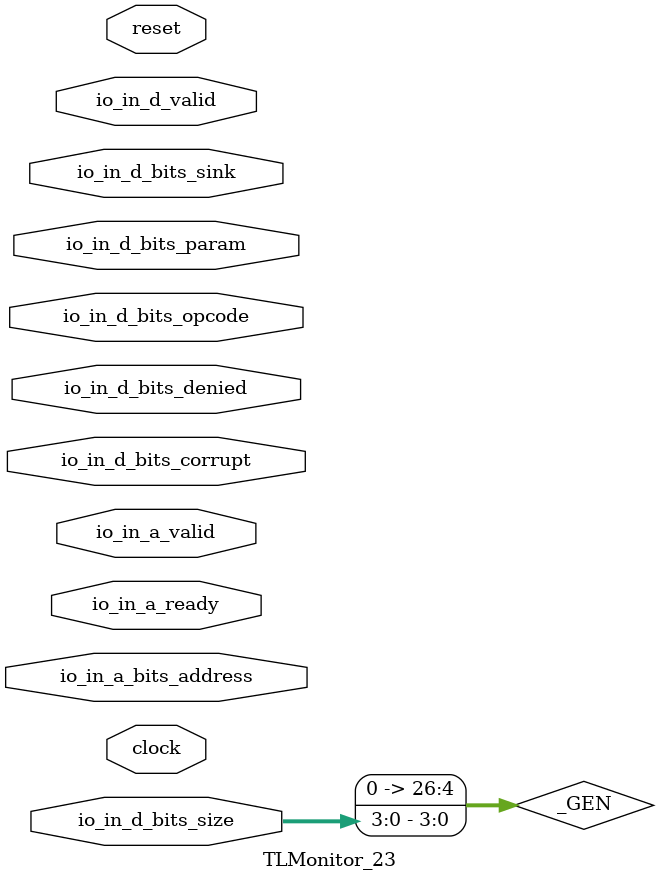
<source format=sv>
`ifndef RANDOMIZE
  `ifdef RANDOMIZE_REG_INIT
    `define RANDOMIZE
  `endif // RANDOMIZE_REG_INIT
`endif // not def RANDOMIZE
`ifndef RANDOMIZE
  `ifdef RANDOMIZE_MEM_INIT
    `define RANDOMIZE
  `endif // RANDOMIZE_MEM_INIT
`endif // not def RANDOMIZE

`ifndef RANDOM
  `define RANDOM $random
`endif // not def RANDOM

// Users can define 'PRINTF_COND' to add an extra gate to prints.
`ifndef PRINTF_COND_
  `ifdef PRINTF_COND
    `define PRINTF_COND_ (`PRINTF_COND)
  `else  // PRINTF_COND
    `define PRINTF_COND_ 1
  `endif // PRINTF_COND
`endif // not def PRINTF_COND_

// Users can define 'ASSERT_VERBOSE_COND' to add an extra gate to assert error printing.
`ifndef ASSERT_VERBOSE_COND_
  `ifdef ASSERT_VERBOSE_COND
    `define ASSERT_VERBOSE_COND_ (`ASSERT_VERBOSE_COND)
  `else  // ASSERT_VERBOSE_COND
    `define ASSERT_VERBOSE_COND_ 1
  `endif // ASSERT_VERBOSE_COND
`endif // not def ASSERT_VERBOSE_COND_

// Users can define 'STOP_COND' to add an extra gate to stop conditions.
`ifndef STOP_COND_
  `ifdef STOP_COND
    `define STOP_COND_ (`STOP_COND)
  `else  // STOP_COND
    `define STOP_COND_ 1
  `endif // STOP_COND
`endif // not def STOP_COND_

// Users can define INIT_RANDOM as general code that gets injected into the
// initializer block for modules with registers.
`ifndef INIT_RANDOM
  `define INIT_RANDOM
`endif // not def INIT_RANDOM

// If using random initialization, you can also define RANDOMIZE_DELAY to
// customize the delay used, otherwise 0.002 is used.
`ifndef RANDOMIZE_DELAY
  `define RANDOMIZE_DELAY 0.002
`endif // not def RANDOMIZE_DELAY

// Define INIT_RANDOM_PROLOG_ for use in our modules below.
`ifndef INIT_RANDOM_PROLOG_
  `ifdef RANDOMIZE
    `ifdef VERILATOR
      `define INIT_RANDOM_PROLOG_ `INIT_RANDOM
    `else  // VERILATOR
      `define INIT_RANDOM_PROLOG_ `INIT_RANDOM #`RANDOMIZE_DELAY begin end
    `endif // VERILATOR
  `else  // RANDOMIZE
    `define INIT_RANDOM_PROLOG_
  `endif // RANDOMIZE
`endif // not def INIT_RANDOM_PROLOG_

module TLMonitor_23(
  input        clock,
               reset,
               io_in_a_ready,
               io_in_a_valid,
  input [30:0] io_in_a_bits_address,
  input        io_in_d_valid,
  input [2:0]  io_in_d_bits_opcode,
  input [1:0]  io_in_d_bits_param,
  input [3:0]  io_in_d_bits_size,
  input        io_in_d_bits_sink,
               io_in_d_bits_denied,
               io_in_d_bits_corrupt
);

  wire [31:0] _plusarg_reader_1_out;	// @[PlusArg.scala:80:11]
  wire [31:0] _plusarg_reader_out;	// @[PlusArg.scala:80:11]
  wire        a_set = io_in_a_ready & io_in_a_valid;	// @[Decoupled.scala:51:35]
  reg  [8:0]  d_first_counter;	// @[Edges.scala:229:27]
  reg  [2:0]  opcode_1;	// @[Monitor.scala:535:22]
  reg  [1:0]  param_1;	// @[Monitor.scala:536:22]
  reg  [3:0]  size_1;	// @[Monitor.scala:537:22]
  reg         source_1;	// @[Monitor.scala:538:22]
  reg         sink;	// @[Monitor.scala:539:22]
  reg         denied;	// @[Monitor.scala:540:22]
  reg         inflight;	// @[Monitor.scala:611:27]
  reg  [3:0]  inflight_opcodes;	// @[Monitor.scala:613:35]
  reg  [7:0]  inflight_sizes;	// @[Monitor.scala:615:33]
  reg  [8:0]  d_first_counter_1;	// @[Edges.scala:229:27]
  wire        d_first_1 = d_first_counter_1 == 9'h0;	// @[Edges.scala:229:27, :231:25]
  wire        d_release_ack = io_in_d_bits_opcode == 3'h6;	// @[Monitor.scala:81:25, :670:46]
  reg  [31:0] watchdog;	// @[Monitor.scala:706:27]
  reg  [8:0]  d_first_counter_2;	// @[Edges.scala:229:27]
  wire        d_first_2 = d_first_counter_2 == 9'h0;	// @[Edges.scala:229:27, :231:25]
  wire [26:0] _GEN = {23'h0, io_in_d_bits_size};	// @[package.scala:235:71]
  wire [26:0] _d_first_beats1_decode_T_1 = 27'hFFF << _GEN;	// @[package.scala:235:71]
  wire [26:0] _d_first_beats1_decode_T_5 = 27'hFFF << _GEN;	// @[package.scala:235:71]
  wire [26:0] _d_first_beats1_decode_T_9 = 27'hFFF << _GEN;	// @[package.scala:235:71]
  wire        d_clr = io_in_d_valid & d_first_1 & ~d_release_ack;	// @[Edges.scala:231:25, Monitor.scala:670:46, :671:74, :675:72]
  wire        _T_1002 = io_in_d_valid & ~(|d_first_counter);	// @[Edges.scala:229:27, :231:25, Monitor.scala:549:20]
  always @(posedge clock) begin
    if (reset) begin
      d_first_counter <= 9'h0;	// @[Edges.scala:229:27]
      inflight <= 1'h0;	// @[Monitor.scala:611:27]
      inflight_opcodes <= 4'h0;	// @[Misc.scala:205:21, Monitor.scala:613:35, :657:77]
      inflight_sizes <= 8'h0;	// @[Monitor.scala:615:33, :745:35]
      d_first_counter_1 <= 9'h0;	// @[Edges.scala:229:27]
      watchdog <= 32'h0;	// @[Monitor.scala:706:27]
      d_first_counter_2 <= 9'h0;	// @[Edges.scala:229:27]
    end
    else begin
      if (io_in_d_valid) begin
        if (|d_first_counter)	// @[Edges.scala:229:27, :231:25]
          d_first_counter <= d_first_counter - 9'h1;	// @[Edges.scala:229:27, :230:28]
        else if (io_in_d_bits_opcode[0])	// @[Edges.scala:106:36]
          d_first_counter <= ~(_d_first_beats1_decode_T_1[11:3]);	// @[Edges.scala:229:27, package.scala:235:{46,71,76}]
        else	// @[Edges.scala:106:36]
          d_first_counter <= 9'h0;	// @[Edges.scala:229:27]
        if (d_first_1) begin	// @[Edges.scala:231:25]
          if (io_in_d_bits_opcode[0])	// @[Edges.scala:106:36]
            d_first_counter_1 <= ~(_d_first_beats1_decode_T_5[11:3]);	// @[Edges.scala:229:27, package.scala:235:{46,71,76}]
          else	// @[Edges.scala:106:36]
            d_first_counter_1 <= 9'h0;	// @[Edges.scala:229:27]
        end
        else	// @[Edges.scala:231:25]
          d_first_counter_1 <= d_first_counter_1 - 9'h1;	// @[Edges.scala:229:27, :230:28]
        if (d_first_2) begin	// @[Edges.scala:231:25]
          if (io_in_d_bits_opcode[0])	// @[Edges.scala:106:36]
            d_first_counter_2 <= ~(_d_first_beats1_decode_T_9[11:3]);	// @[Edges.scala:229:27, package.scala:235:{46,71,76}]
          else	// @[Edges.scala:106:36]
            d_first_counter_2 <= 9'h0;	// @[Edges.scala:229:27]
        end
        else	// @[Edges.scala:231:25]
          d_first_counter_2 <= d_first_counter_2 - 9'h1;	// @[Edges.scala:229:27, :230:28]
      end
      inflight <= (inflight | a_set) & ~d_clr;	// @[Decoupled.scala:51:35, Monitor.scala:611:27, :675:72, :702:{27,36,38}]
      inflight_opcodes <= (inflight_opcodes | (a_set ? {3'h0, a_set} : 4'h0)) & ~{4{d_clr}};	// @[Decoupled.scala:51:35, Misc.scala:205:21, Monitor.scala:613:35, :627:33, :652:72, :656:28, :657:77, :665:33, :675:{72,91}, :677:21, :703:{43,60,62}]
      inflight_sizes <= (inflight_sizes | (a_set ? {3'h0, a_set ? 5'h5 : 5'h0} : 8'h0)) & ~{8{d_clr}};	// @[Decoupled.scala:51:35, Monitor.scala:615:33, :629:31, :645:38, :652:72, :655:{28,59}, :657:28, :667:31, :675:{72,91}, :678:21, :704:{39,54,56}, :745:35]
      if (a_set | io_in_d_valid)	// @[Decoupled.scala:51:35, Monitor.scala:712:27]
        watchdog <= 32'h0;	// @[Monitor.scala:706:27]
      else	// @[Monitor.scala:712:27]
        watchdog <= watchdog + 32'h1;	// @[Monitor.scala:706:27, :711:26]
    end
    if (_T_1002) begin	// @[Monitor.scala:549:20]
      opcode_1 <= io_in_d_bits_opcode;	// @[Monitor.scala:535:22]
      param_1 <= io_in_d_bits_param;	// @[Monitor.scala:536:22]
      size_1 <= io_in_d_bits_size;	// @[Monitor.scala:537:22]
      sink <= io_in_d_bits_sink;	// @[Monitor.scala:539:22]
      denied <= io_in_d_bits_denied;	// @[Monitor.scala:540:22]
    end
    source_1 <= ~_T_1002 & source_1;	// @[Monitor.scala:538:22, :549:{20,32}, :553:15]
  end // always @(posedge)
  `ifndef SYNTHESIS
    wire  [7:0][2:0] _GEN_0 = '{3'h4, 3'h5, 3'h2, 3'h1, 3'h1, 3'h1, 3'h0, 3'h0};	// @[Monitor.scala:690:38]
    wire  [7:0][2:0] _GEN_1 = '{3'h4, 3'h4, 3'h2, 3'h1, 3'h1, 3'h1, 3'h0, 3'h0};	// @[Monitor.scala:689:38]
    wire             mask_eq_2 = ~(io_in_a_bits_address[2]) & ~(io_in_a_bits_address[1]);	// @[Misc.scala:209:26, :210:20, :213:27]
    wire             mask_eq_3 = ~(io_in_a_bits_address[2]) & io_in_a_bits_address[1];	// @[Misc.scala:209:26, :210:20, :213:27]
    wire             mask_eq_4 = io_in_a_bits_address[2] & ~(io_in_a_bits_address[1]);	// @[Misc.scala:209:26, :210:20, :213:27]
    wire             mask_eq_5 = io_in_a_bits_address[2] & io_in_a_bits_address[1];	// @[Misc.scala:209:26, :213:27]
    wire             _GEN_2 = io_in_d_valid & io_in_d_bits_opcode == 3'h6;	// @[Monitor.scala:81:25, :310:{25,52}]
    wire             _GEN_3 = io_in_d_bits_size < 4'h3;	// @[Monitor.scala:312:27]
    wire             _GEN_4 = io_in_d_valid & io_in_d_bits_opcode == 3'h4;	// @[Monitor.scala:104:25, :318:{25,47}]
    wire             _GEN_5 = io_in_d_bits_param == 2'h2;	// @[Bundles.scala:111:27, Monitor.scala:323:28]
    wire             _GEN_6 = io_in_d_valid & io_in_d_bits_opcode == 3'h5;	// @[Monitor.scala:146:25, :328:{25,51}]
    wire             _GEN_7 = io_in_d_valid & ~(|io_in_d_bits_opcode);	// @[Monitor.scala:338:{25,51}]
    wire             _GEN_8 = io_in_d_valid & io_in_d_bits_opcode == 3'h1;	// @[Misc.scala:201:81, Monitor.scala:346:{25,55}]
    wire             _GEN_9 = io_in_d_valid & io_in_d_bits_opcode == 3'h2;	// @[Monitor.scala:354:{25,49}, :640:42]
    wire             _T_976 = io_in_d_valid & (|d_first_counter);	// @[Edges.scala:229:27, :231:25, Monitor.scala:541:19]
    wire             _T_1055 = io_in_d_valid & d_first_1;	// @[Edges.scala:231:25, Monitor.scala:671:26]
    wire             _T_1026 = _T_1055 & ~d_release_ack;	// @[Monitor.scala:670:46, :671:{26,74}, :680:71]
    wire             _GEN_10 = _T_1026 & io_in_a_valid;	// @[Monitor.scala:680:71, :684:30]
    wire             _GEN_11 = _T_1026 & ~io_in_a_valid;	// @[Monitor.scala:680:71, :684:30]
    wire             _T_1112 = io_in_d_valid & d_first_2 & d_release_ack;	// @[Edges.scala:231:25, Monitor.scala:670:46, :791:71]
    always @(posedge clock) begin	// @[Monitor.scala:42:11]
      if (io_in_a_valid & ~reset & ~(io_in_a_bits_address[30:12] == 19'h3 | {io_in_a_bits_address[30:15], io_in_a_bits_address[13:12]} == 18'h0 | {io_in_a_bits_address[30:17] ^ 14'h8, io_in_a_bits_address[15:12]} == 18'h0 | io_in_a_bits_address[30:16] == 15'h200 | io_in_a_bits_address[30:12] == 19'h2010 | io_in_a_bits_address[30:26] == 5'h3 | io_in_a_bits_address[30:12] == 19'h54000)) begin	// @[Monitor.scala:42:11, :706:27, Parameters.scala:137:{31,45,65}, :673:26]
        if (`ASSERT_VERBOSE_COND_)	// @[Monitor.scala:42:11]
          $error("Assertion failed: 'A' channel carries PutFull type which is unexpected using diplomatic parameters (connected at BusWrapper.scala:90:33)\n    at Monitor.scala:42 assert(cond, message)\n");	// @[Monitor.scala:42:11]
        if (`STOP_COND_)	// @[Monitor.scala:42:11]
          $fatal;	// @[Monitor.scala:42:11]
      end
      if (io_in_a_valid & ~reset & (|(io_in_a_bits_address[1:0]))) begin	// @[Edges.scala:21:{16,24}, Monitor.scala:42:11]
        if (`ASSERT_VERBOSE_COND_)	// @[Monitor.scala:42:11]
          $error("Assertion failed: 'A' channel PutFull address not aligned to size (connected at BusWrapper.scala:90:33)\n    at Monitor.scala:42 assert(cond, message)\n");	// @[Monitor.scala:42:11]
        if (`STOP_COND_)	// @[Monitor.scala:42:11]
          $fatal;	// @[Monitor.scala:42:11]
      end
      if (io_in_a_valid & ~reset & {io_in_a_bits_address[2] | mask_eq_5 & io_in_a_bits_address[0], io_in_a_bits_address[2] | mask_eq_5 & ~(io_in_a_bits_address[0]), io_in_a_bits_address[2] | mask_eq_4 & io_in_a_bits_address[0], io_in_a_bits_address[2] | mask_eq_4 & ~(io_in_a_bits_address[0]), ~(io_in_a_bits_address[2]) | mask_eq_3 & io_in_a_bits_address[0], ~(io_in_a_bits_address[2]) | mask_eq_3 & ~(io_in_a_bits_address[0]), ~(io_in_a_bits_address[2]) | mask_eq_2 & io_in_a_bits_address[0], ~(io_in_a_bits_address[2]) | mask_eq_2 & ~(io_in_a_bits_address[0])} != 8'hF) begin	// @[Cat.scala:33:92, Misc.scala:209:26, :210:20, :213:27, :214:29, Monitor.scala:42:11, :119:30]
        if (`ASSERT_VERBOSE_COND_)	// @[Monitor.scala:42:11]
          $error("Assertion failed: 'A' channel PutFull contains invalid mask (connected at BusWrapper.scala:90:33)\n    at Monitor.scala:42 assert(cond, message)\n");	// @[Monitor.scala:42:11]
        if (`STOP_COND_)	// @[Monitor.scala:42:11]
          $fatal;	// @[Monitor.scala:42:11]
      end
      if (io_in_d_valid & ~reset & (&io_in_d_bits_opcode)) begin	// @[Bundles.scala:45:24, Monitor.scala:49:11]
        if (`ASSERT_VERBOSE_COND_)	// @[Monitor.scala:49:11]
          $error("Assertion failed: 'D' channel has invalid opcode (connected at BusWrapper.scala:90:33)\n    at Monitor.scala:49 assert(cond, message)\n");	// @[Monitor.scala:49:11]
        if (`STOP_COND_)	// @[Monitor.scala:49:11]
          $fatal;	// @[Monitor.scala:49:11]
      end
      if (_GEN_2 & ~reset & _GEN_3) begin	// @[Monitor.scala:49:11, :310:52, :312:27]
        if (`ASSERT_VERBOSE_COND_)	// @[Monitor.scala:49:11]
          $error("Assertion failed: 'D' channel ReleaseAck smaller than a beat (connected at BusWrapper.scala:90:33)\n    at Monitor.scala:49 assert(cond, message)\n");	// @[Monitor.scala:49:11]
        if (`STOP_COND_)	// @[Monitor.scala:49:11]
          $fatal;	// @[Monitor.scala:49:11]
      end
      if (_GEN_2 & ~reset & (|io_in_d_bits_param)) begin	// @[Monitor.scala:49:11, :310:52, :313:28]
        if (`ASSERT_VERBOSE_COND_)	// @[Monitor.scala:49:11]
          $error("Assertion failed: 'D' channel ReleaseeAck carries invalid param (connected at BusWrapper.scala:90:33)\n    at Monitor.scala:49 assert(cond, message)\n");	// @[Monitor.scala:49:11]
        if (`STOP_COND_)	// @[Monitor.scala:49:11]
          $fatal;	// @[Monitor.scala:49:11]
      end
      if (_GEN_2 & ~reset & io_in_d_bits_corrupt) begin	// @[Monitor.scala:49:11, :310:52]
        if (`ASSERT_VERBOSE_COND_)	// @[Monitor.scala:49:11]
          $error("Assertion failed: 'D' channel ReleaseAck is corrupt (connected at BusWrapper.scala:90:33)\n    at Monitor.scala:49 assert(cond, message)\n");	// @[Monitor.scala:49:11]
        if (`STOP_COND_)	// @[Monitor.scala:49:11]
          $fatal;	// @[Monitor.scala:49:11]
      end
      if (_GEN_2 & ~reset & io_in_d_bits_denied) begin	// @[Monitor.scala:49:11, :310:52]
        if (`ASSERT_VERBOSE_COND_)	// @[Monitor.scala:49:11]
          $error("Assertion failed: 'D' channel ReleaseAck is denied (connected at BusWrapper.scala:90:33)\n    at Monitor.scala:49 assert(cond, message)\n");	// @[Monitor.scala:49:11]
        if (`STOP_COND_)	// @[Monitor.scala:49:11]
          $fatal;	// @[Monitor.scala:49:11]
      end
      if (_GEN_4 & ~reset) begin	// @[Monitor.scala:49:11, :318:47]
        if (`ASSERT_VERBOSE_COND_)	// @[Monitor.scala:49:11]
          $error("Assertion failed: 'D' channel Grant carries invalid sink ID (connected at BusWrapper.scala:90:33)\n    at Monitor.scala:49 assert(cond, message)\n");	// @[Monitor.scala:49:11]
        if (`STOP_COND_)	// @[Monitor.scala:49:11]
          $fatal;	// @[Monitor.scala:49:11]
      end
      if (_GEN_4 & ~reset & _GEN_3) begin	// @[Monitor.scala:49:11, :312:27, :318:47]
        if (`ASSERT_VERBOSE_COND_)	// @[Monitor.scala:49:11]
          $error("Assertion failed: 'D' channel Grant smaller than a beat (connected at BusWrapper.scala:90:33)\n    at Monitor.scala:49 assert(cond, message)\n");	// @[Monitor.scala:49:11]
        if (`STOP_COND_)	// @[Monitor.scala:49:11]
          $fatal;	// @[Monitor.scala:49:11]
      end
      if (_GEN_4 & ~reset & (&io_in_d_bits_param)) begin	// @[Bundles.scala:105:26, Monitor.scala:49:11, :318:47]
        if (`ASSERT_VERBOSE_COND_)	// @[Monitor.scala:49:11]
          $error("Assertion failed: 'D' channel Grant carries invalid cap param (connected at BusWrapper.scala:90:33)\n    at Monitor.scala:49 assert(cond, message)\n");	// @[Monitor.scala:49:11]
        if (`STOP_COND_)	// @[Monitor.scala:49:11]
          $fatal;	// @[Monitor.scala:49:11]
      end
      if (_GEN_4 & ~reset & _GEN_5) begin	// @[Monitor.scala:49:11, :318:47, :323:28]
        if (`ASSERT_VERBOSE_COND_)	// @[Monitor.scala:49:11]
          $error("Assertion failed: 'D' channel Grant carries toN param (connected at BusWrapper.scala:90:33)\n    at Monitor.scala:49 assert(cond, message)\n");	// @[Monitor.scala:49:11]
        if (`STOP_COND_)	// @[Monitor.scala:49:11]
          $fatal;	// @[Monitor.scala:49:11]
      end
      if (_GEN_4 & ~reset & io_in_d_bits_corrupt) begin	// @[Monitor.scala:49:11, :318:47]
        if (`ASSERT_VERBOSE_COND_)	// @[Monitor.scala:49:11]
          $error("Assertion failed: 'D' channel Grant is corrupt (connected at BusWrapper.scala:90:33)\n    at Monitor.scala:49 assert(cond, message)\n");	// @[Monitor.scala:49:11]
        if (`STOP_COND_)	// @[Monitor.scala:49:11]
          $fatal;	// @[Monitor.scala:49:11]
      end
      if (_GEN_6 & ~reset) begin	// @[Monitor.scala:49:11, :328:51]
        if (`ASSERT_VERBOSE_COND_)	// @[Monitor.scala:49:11]
          $error("Assertion failed: 'D' channel GrantData carries invalid sink ID (connected at BusWrapper.scala:90:33)\n    at Monitor.scala:49 assert(cond, message)\n");	// @[Monitor.scala:49:11]
        if (`STOP_COND_)	// @[Monitor.scala:49:11]
          $fatal;	// @[Monitor.scala:49:11]
      end
      if (_GEN_6 & ~reset & _GEN_3) begin	// @[Monitor.scala:49:11, :312:27, :328:51]
        if (`ASSERT_VERBOSE_COND_)	// @[Monitor.scala:49:11]
          $error("Assertion failed: 'D' channel GrantData smaller than a beat (connected at BusWrapper.scala:90:33)\n    at Monitor.scala:49 assert(cond, message)\n");	// @[Monitor.scala:49:11]
        if (`STOP_COND_)	// @[Monitor.scala:49:11]
          $fatal;	// @[Monitor.scala:49:11]
      end
      if (_GEN_6 & ~reset & (&io_in_d_bits_param)) begin	// @[Bundles.scala:105:26, Monitor.scala:49:11, :328:51]
        if (`ASSERT_VERBOSE_COND_)	// @[Monitor.scala:49:11]
          $error("Assertion failed: 'D' channel GrantData carries invalid cap param (connected at BusWrapper.scala:90:33)\n    at Monitor.scala:49 assert(cond, message)\n");	// @[Monitor.scala:49:11]
        if (`STOP_COND_)	// @[Monitor.scala:49:11]
          $fatal;	// @[Monitor.scala:49:11]
      end
      if (_GEN_6 & ~reset & _GEN_5) begin	// @[Monitor.scala:49:11, :323:28, :328:51]
        if (`ASSERT_VERBOSE_COND_)	// @[Monitor.scala:49:11]
          $error("Assertion failed: 'D' channel GrantData carries toN param (connected at BusWrapper.scala:90:33)\n    at Monitor.scala:49 assert(cond, message)\n");	// @[Monitor.scala:49:11]
        if (`STOP_COND_)	// @[Monitor.scala:49:11]
          $fatal;	// @[Monitor.scala:49:11]
      end
      if (_GEN_6 & ~reset & ~(~io_in_d_bits_denied | io_in_d_bits_corrupt)) begin	// @[Monitor.scala:49:11, :328:51, :334:{15,30}]
        if (`ASSERT_VERBOSE_COND_)	// @[Monitor.scala:49:11]
          $error("Assertion failed: 'D' channel GrantData is denied but not corrupt (connected at BusWrapper.scala:90:33)\n    at Monitor.scala:49 assert(cond, message)\n");	// @[Monitor.scala:49:11]
        if (`STOP_COND_)	// @[Monitor.scala:49:11]
          $fatal;	// @[Monitor.scala:49:11]
      end
      if (_GEN_7 & ~reset & (|io_in_d_bits_param)) begin	// @[Monitor.scala:49:11, :338:51, :341:28]
        if (`ASSERT_VERBOSE_COND_)	// @[Monitor.scala:49:11]
          $error("Assertion failed: 'D' channel AccessAck carries invalid param (connected at BusWrapper.scala:90:33)\n    at Monitor.scala:49 assert(cond, message)\n");	// @[Monitor.scala:49:11]
        if (`STOP_COND_)	// @[Monitor.scala:49:11]
          $fatal;	// @[Monitor.scala:49:11]
      end
      if (_GEN_7 & ~reset & io_in_d_bits_corrupt) begin	// @[Monitor.scala:49:11, :338:51]
        if (`ASSERT_VERBOSE_COND_)	// @[Monitor.scala:49:11]
          $error("Assertion failed: 'D' channel AccessAck is corrupt (connected at BusWrapper.scala:90:33)\n    at Monitor.scala:49 assert(cond, message)\n");	// @[Monitor.scala:49:11]
        if (`STOP_COND_)	// @[Monitor.scala:49:11]
          $fatal;	// @[Monitor.scala:49:11]
      end
      if (_GEN_8 & ~reset & (|io_in_d_bits_param)) begin	// @[Monitor.scala:49:11, :346:55, :349:28]
        if (`ASSERT_VERBOSE_COND_)	// @[Monitor.scala:49:11]
          $error("Assertion failed: 'D' channel AccessAckData carries invalid param (connected at BusWrapper.scala:90:33)\n    at Monitor.scala:49 assert(cond, message)\n");	// @[Monitor.scala:49:11]
        if (`STOP_COND_)	// @[Monitor.scala:49:11]
          $fatal;	// @[Monitor.scala:49:11]
      end
      if (_GEN_8 & ~reset & ~(~io_in_d_bits_denied | io_in_d_bits_corrupt)) begin	// @[Monitor.scala:49:11, :346:55, :350:{15,30}]
        if (`ASSERT_VERBOSE_COND_)	// @[Monitor.scala:49:11]
          $error("Assertion failed: 'D' channel AccessAckData is denied but not corrupt (connected at BusWrapper.scala:90:33)\n    at Monitor.scala:49 assert(cond, message)\n");	// @[Monitor.scala:49:11]
        if (`STOP_COND_)	// @[Monitor.scala:49:11]
          $fatal;	// @[Monitor.scala:49:11]
      end
      if (_GEN_9 & ~reset & (|io_in_d_bits_param)) begin	// @[Monitor.scala:49:11, :354:49, :357:28]
        if (`ASSERT_VERBOSE_COND_)	// @[Monitor.scala:49:11]
          $error("Assertion failed: 'D' channel HintAck carries invalid param (connected at BusWrapper.scala:90:33)\n    at Monitor.scala:49 assert(cond, message)\n");	// @[Monitor.scala:49:11]
        if (`STOP_COND_)	// @[Monitor.scala:49:11]
          $fatal;	// @[Monitor.scala:49:11]
      end
      if (_GEN_9 & ~reset & io_in_d_bits_corrupt) begin	// @[Monitor.scala:49:11, :354:49]
        if (`ASSERT_VERBOSE_COND_)	// @[Monitor.scala:49:11]
          $error("Assertion failed: 'D' channel HintAck is corrupt (connected at BusWrapper.scala:90:33)\n    at Monitor.scala:49 assert(cond, message)\n");	// @[Monitor.scala:49:11]
        if (`STOP_COND_)	// @[Monitor.scala:49:11]
          $fatal;	// @[Monitor.scala:49:11]
      end
      if (_T_976 & ~reset & io_in_d_bits_opcode != opcode_1) begin	// @[Monitor.scala:49:11, :535:22, :541:19, :542:29]
        if (`ASSERT_VERBOSE_COND_)	// @[Monitor.scala:49:11]
          $error("Assertion failed: 'D' channel opcode changed within multibeat operation (connected at BusWrapper.scala:90:33)\n    at Monitor.scala:49 assert(cond, message)\n");	// @[Monitor.scala:49:11]
        if (`STOP_COND_)	// @[Monitor.scala:49:11]
          $fatal;	// @[Monitor.scala:49:11]
      end
      if (_T_976 & ~reset & io_in_d_bits_param != param_1) begin	// @[Monitor.scala:49:11, :536:22, :541:19, :543:29]
        if (`ASSERT_VERBOSE_COND_)	// @[Monitor.scala:49:11]
          $error("Assertion failed: 'D' channel param changed within multibeat operation (connected at BusWrapper.scala:90:33)\n    at Monitor.scala:49 assert(cond, message)\n");	// @[Monitor.scala:49:11]
        if (`STOP_COND_)	// @[Monitor.scala:49:11]
          $fatal;	// @[Monitor.scala:49:11]
      end
      if (_T_976 & ~reset & io_in_d_bits_size != size_1) begin	// @[Monitor.scala:49:11, :537:22, :541:19, :544:29]
        if (`ASSERT_VERBOSE_COND_)	// @[Monitor.scala:49:11]
          $error("Assertion failed: 'D' channel size changed within multibeat operation (connected at BusWrapper.scala:90:33)\n    at Monitor.scala:49 assert(cond, message)\n");	// @[Monitor.scala:49:11]
        if (`STOP_COND_)	// @[Monitor.scala:49:11]
          $fatal;	// @[Monitor.scala:49:11]
      end
      if (_T_976 & ~reset & source_1) begin	// @[Monitor.scala:49:11, :538:22, :541:19]
        if (`ASSERT_VERBOSE_COND_)	// @[Monitor.scala:49:11]
          $error("Assertion failed: 'D' channel source changed within multibeat operation (connected at BusWrapper.scala:90:33)\n    at Monitor.scala:49 assert(cond, message)\n");	// @[Monitor.scala:49:11]
        if (`STOP_COND_)	// @[Monitor.scala:49:11]
          $fatal;	// @[Monitor.scala:49:11]
      end
      if (_T_976 & ~reset & io_in_d_bits_sink != sink) begin	// @[Monitor.scala:49:11, :539:22, :541:19, :546:29]
        if (`ASSERT_VERBOSE_COND_)	// @[Monitor.scala:49:11]
          $error("Assertion failed: 'D' channel sink changed with multibeat operation (connected at BusWrapper.scala:90:33)\n    at Monitor.scala:49 assert(cond, message)\n");	// @[Monitor.scala:49:11]
        if (`STOP_COND_)	// @[Monitor.scala:49:11]
          $fatal;	// @[Monitor.scala:49:11]
      end
      if (_T_976 & ~reset & io_in_d_bits_denied != denied) begin	// @[Monitor.scala:49:11, :540:22, :541:19, :547:29]
        if (`ASSERT_VERBOSE_COND_)	// @[Monitor.scala:49:11]
          $error("Assertion failed: 'D' channel denied changed with multibeat operation (connected at BusWrapper.scala:90:33)\n    at Monitor.scala:49 assert(cond, message)\n");	// @[Monitor.scala:49:11]
        if (`STOP_COND_)	// @[Monitor.scala:49:11]
          $fatal;	// @[Monitor.scala:49:11]
      end
      if (a_set & ~reset & inflight) begin	// @[Decoupled.scala:51:35, Monitor.scala:42:11, :611:27]
        if (`ASSERT_VERBOSE_COND_)	// @[Monitor.scala:42:11]
          $error("Assertion failed: 'A' channel re-used a source ID (connected at BusWrapper.scala:90:33)\n    at Monitor.scala:42 assert(cond, message)\n");	// @[Monitor.scala:42:11]
        if (`STOP_COND_)	// @[Monitor.scala:42:11]
          $fatal;	// @[Monitor.scala:42:11]
      end
      if (_T_1026 & ~reset & ~(inflight | io_in_a_valid)) begin	// @[Monitor.scala:49:11, :611:27, :680:71, :682:49]
        if (`ASSERT_VERBOSE_COND_)	// @[Monitor.scala:49:11]
          $error("Assertion failed: 'D' channel acknowledged for nothing inflight (connected at BusWrapper.scala:90:33)\n    at Monitor.scala:49 assert(cond, message)\n");	// @[Monitor.scala:49:11]
        if (`STOP_COND_)	// @[Monitor.scala:49:11]
          $fatal;	// @[Monitor.scala:49:11]
      end
      if (_GEN_10 & ~reset & ~(~(|io_in_d_bits_opcode) | ~(|io_in_d_bits_opcode))) begin	// @[Monitor.scala:49:11, :338:25, :684:30, :685:{38,77}, :686:39]
        if (`ASSERT_VERBOSE_COND_)	// @[Monitor.scala:49:11]
          $error("Assertion failed: 'D' channel contains improper opcode response (connected at BusWrapper.scala:90:33)\n    at Monitor.scala:49 assert(cond, message)\n");	// @[Monitor.scala:49:11]
        if (`STOP_COND_)	// @[Monitor.scala:49:11]
          $fatal;	// @[Monitor.scala:49:11]
      end
      if (_GEN_10 & ~reset & io_in_d_bits_size != 4'h2) begin	// @[Monitor.scala:49:11, :684:30, :687:36]
        if (`ASSERT_VERBOSE_COND_)	// @[Monitor.scala:49:11]
          $error("Assertion failed: 'D' channel contains improper response size (connected at BusWrapper.scala:90:33)\n    at Monitor.scala:49 assert(cond, message)\n");	// @[Monitor.scala:49:11]
        if (`STOP_COND_)	// @[Monitor.scala:49:11]
          $fatal;	// @[Monitor.scala:49:11]
      end
      if (_GEN_11 & ~reset & ~(io_in_d_bits_opcode == _GEN_1[inflight_opcodes[3:1]] | io_in_d_bits_opcode == _GEN_0[inflight_opcodes[3:1]])) begin	// @[Monitor.scala:42:11, :49:11, :613:35, :634:152, :684:30, :689:{38,72}, :690:38]
        if (`ASSERT_VERBOSE_COND_)	// @[Monitor.scala:49:11]
          $error("Assertion failed: 'D' channel contains improper opcode response (connected at BusWrapper.scala:90:33)\n    at Monitor.scala:49 assert(cond, message)\n");	// @[Monitor.scala:49:11]
        if (`STOP_COND_)	// @[Monitor.scala:49:11]
          $fatal;	// @[Monitor.scala:49:11]
      end
      if (_GEN_11 & ~reset & {4'h0, io_in_d_bits_size} != {1'h0, inflight_sizes[7:1]}) begin	// @[Misc.scala:205:21, Monitor.scala:42:11, :49:11, :615:33, :638:{19,144}, :657:77, :684:30, :691:36]
        if (`ASSERT_VERBOSE_COND_)	// @[Monitor.scala:49:11]
          $error("Assertion failed: 'D' channel contains improper response size (connected at BusWrapper.scala:90:33)\n    at Monitor.scala:49 assert(cond, message)\n");	// @[Monitor.scala:49:11]
        if (`STOP_COND_)	// @[Monitor.scala:49:11]
          $fatal;	// @[Monitor.scala:49:11]
      end
      if (_T_1055 & io_in_a_valid & ~d_release_ack & ~reset & ~io_in_a_ready) begin	// @[Monitor.scala:49:11, :670:46, :671:{26,74}]
        if (`ASSERT_VERBOSE_COND_)	// @[Monitor.scala:49:11]
          $error("Assertion failed: ready check\n    at Monitor.scala:49 assert(cond, message)\n");	// @[Monitor.scala:49:11]
        if (`STOP_COND_)	// @[Monitor.scala:49:11]
          $fatal;	// @[Monitor.scala:49:11]
      end
      if (~reset & ~(io_in_a_valid != (_T_1055 & ~d_release_ack) | ~io_in_a_valid)) begin	// @[Monitor.scala:49:11, :670:46, :671:{26,71,74}, :699:{29,48,51}]
        if (`ASSERT_VERBOSE_COND_)	// @[Monitor.scala:49:11]
          $error("Assertion failed: 'A' and 'D' concurrent, despite minlatency 2 (connected at BusWrapper.scala:90:33)\n    at Monitor.scala:49 assert(cond, message)\n");	// @[Monitor.scala:49:11]
        if (`STOP_COND_)	// @[Monitor.scala:49:11]
          $fatal;	// @[Monitor.scala:49:11]
      end
      if (~reset & ~(~inflight | _plusarg_reader_out == 32'h0 | watchdog < _plusarg_reader_out)) begin	// @[Monitor.scala:42:11, :611:27, :706:27, :709:{16,39,47,59}, PlusArg.scala:80:11]
        if (`ASSERT_VERBOSE_COND_)	// @[Monitor.scala:42:11]
          $error("Assertion failed: TileLink timeout expired (connected at BusWrapper.scala:90:33)\n    at Monitor.scala:42 assert(cond, message)\n");	// @[Monitor.scala:42:11]
        if (`STOP_COND_)	// @[Monitor.scala:42:11]
          $fatal;	// @[Monitor.scala:42:11]
      end
      if (_T_1112 & ~reset) begin	// @[Monitor.scala:49:11, :791:71]
        if (`ASSERT_VERBOSE_COND_)	// @[Monitor.scala:49:11]
          $error("Assertion failed: 'D' channel acknowledged for nothing inflight (connected at BusWrapper.scala:90:33)\n    at Monitor.scala:49 assert(cond, message)\n");	// @[Monitor.scala:49:11]
        if (`STOP_COND_)	// @[Monitor.scala:49:11]
          $fatal;	// @[Monitor.scala:49:11]
      end
      if (_T_1112 & ~reset & (|io_in_d_bits_size)) begin	// @[Monitor.scala:49:11, :791:71, :797:36]
        if (`ASSERT_VERBOSE_COND_)	// @[Monitor.scala:49:11]
          $error("Assertion failed: 'D' channel contains improper response size (connected at BusWrapper.scala:90:33)\n    at Monitor.scala:49 assert(cond, message)\n");	// @[Monitor.scala:49:11]
        if (`STOP_COND_)	// @[Monitor.scala:49:11]
          $fatal;	// @[Monitor.scala:49:11]
      end
    end // always @(posedge)
    `ifdef FIRRTL_BEFORE_INITIAL
      `FIRRTL_BEFORE_INITIAL
    `endif // FIRRTL_BEFORE_INITIAL
    logic [31:0]     _RANDOM_0;
    logic [31:0]     _RANDOM_1;
    logic [31:0]     _RANDOM_2;
    logic [31:0]     _RANDOM_3;
    logic [31:0]     _RANDOM_4;
    logic [31:0]     _RANDOM_5;
    initial begin
      `ifdef INIT_RANDOM_PROLOG_
        `INIT_RANDOM_PROLOG_
      `endif // INIT_RANDOM_PROLOG_
      `ifdef RANDOMIZE_REG_INIT
        _RANDOM_0 = `RANDOM;
        _RANDOM_1 = `RANDOM;
        _RANDOM_2 = `RANDOM;
        _RANDOM_3 = `RANDOM;
        _RANDOM_4 = `RANDOM;
        _RANDOM_5 = `RANDOM;
        d_first_counter = _RANDOM_1[27:19];	// @[Edges.scala:229:27]
        opcode_1 = _RANDOM_1[30:28];	// @[Edges.scala:229:27, Monitor.scala:535:22]
        param_1 = {_RANDOM_1[31], _RANDOM_2[0]};	// @[Edges.scala:229:27, Monitor.scala:536:22]
        size_1 = _RANDOM_2[4:1];	// @[Monitor.scala:536:22, :537:22]
        source_1 = _RANDOM_2[5];	// @[Monitor.scala:536:22, :538:22]
        sink = _RANDOM_2[6];	// @[Monitor.scala:536:22, :539:22]
        denied = _RANDOM_2[7];	// @[Monitor.scala:536:22, :540:22]
        inflight = _RANDOM_2[8];	// @[Monitor.scala:536:22, :611:27]
        inflight_opcodes = _RANDOM_2[12:9];	// @[Monitor.scala:536:22, :613:35]
        inflight_sizes = _RANDOM_2[20:13];	// @[Monitor.scala:536:22, :615:33]
        d_first_counter_1 = {_RANDOM_2[31:30], _RANDOM_3[6:0]};	// @[Edges.scala:229:27, Monitor.scala:536:22]
        watchdog = {_RANDOM_3[31:7], _RANDOM_4[6:0]};	// @[Edges.scala:229:27, Monitor.scala:706:27]
        d_first_counter_2 = {_RANDOM_4[31:29], _RANDOM_5[5:0]};	// @[Edges.scala:229:27, Monitor.scala:706:27]
      `endif // RANDOMIZE_REG_INIT
    end // initial
    `ifdef FIRRTL_AFTER_INITIAL
      `FIRRTL_AFTER_INITIAL
    `endif // FIRRTL_AFTER_INITIAL
  `endif // not def SYNTHESIS
  plusarg_reader #(
    .FORMAT("tilelink_timeout=%d"),
    .DEFAULT(0),
    .WIDTH(32)
  ) plusarg_reader (	// @[PlusArg.scala:80:11]
    .out (_plusarg_reader_out)
  );
  plusarg_reader #(
    .FORMAT("tilelink_timeout=%d"),
    .DEFAULT(0),
    .WIDTH(32)
  ) plusarg_reader_1 (	// @[PlusArg.scala:80:11]
    .out (_plusarg_reader_1_out)
  );
endmodule


</source>
